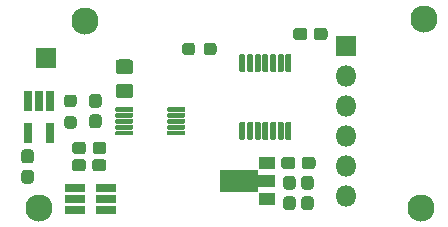
<source format=gbr>
%TF.GenerationSoftware,KiCad,Pcbnew,(5.1.6)-1*%
%TF.CreationDate,2020-11-12T12:57:51-08:00*%
%TF.ProjectId,frontendfullv2,66726f6e-7465-46e6-9466-756c6c76322e,rev?*%
%TF.SameCoordinates,Original*%
%TF.FileFunction,Soldermask,Top*%
%TF.FilePolarity,Negative*%
%FSLAX46Y46*%
G04 Gerber Fmt 4.6, Leading zero omitted, Abs format (unit mm)*
G04 Created by KiCad (PCBNEW (5.1.6)-1) date 2020-11-12 12:57:51*
%MOMM*%
%LPD*%
G01*
G04 APERTURE LIST*
%ADD10R,1.800000X1.800000*%
%ADD11C,2.300000*%
%ADD12C,0.100000*%
%ADD13R,1.400000X1.000000*%
%ADD14R,1.660000X0.750000*%
%ADD15R,0.750000X1.660000*%
%ADD16O,1.800000X1.800000*%
G04 APERTURE END LIST*
%TO.C,C7*%
G36*
G01*
X87092262Y-119479000D02*
X86135738Y-119479000D01*
G75*
G02*
X85864000Y-119207262I0J271738D01*
G01*
X85864000Y-118500738D01*
G75*
G02*
X86135738Y-118229000I271738J0D01*
G01*
X87092262Y-118229000D01*
G75*
G02*
X87364000Y-118500738I0J-271738D01*
G01*
X87364000Y-119207262D01*
G75*
G02*
X87092262Y-119479000I-271738J0D01*
G01*
G37*
G36*
G01*
X87092262Y-121529000D02*
X86135738Y-121529000D01*
G75*
G02*
X85864000Y-121257262I0J271738D01*
G01*
X85864000Y-120550738D01*
G75*
G02*
X86135738Y-120279000I271738J0D01*
G01*
X87092262Y-120279000D01*
G75*
G02*
X87364000Y-120550738I0J-271738D01*
G01*
X87364000Y-121257262D01*
G75*
G02*
X87092262Y-121529000I-271738J0D01*
G01*
G37*
%TD*%
D10*
%TO.C,J2*%
X80010000Y-118110000D03*
%TD*%
D11*
%TO.C,H4*%
X112014000Y-114808000D03*
%TD*%
%TO.C,H3*%
X79375000Y-130810000D03*
%TD*%
%TO.C,H2*%
X111760000Y-130810000D03*
%TD*%
%TO.C,H1*%
X83312000Y-114935000D03*
%TD*%
%TO.C,R5*%
G36*
G01*
X93339000Y-117610500D02*
X93339000Y-117085500D01*
G75*
G02*
X93601500Y-116823000I262500J0D01*
G01*
X94151500Y-116823000D01*
G75*
G02*
X94414000Y-117085500I0J-262500D01*
G01*
X94414000Y-117610500D01*
G75*
G02*
X94151500Y-117873000I-262500J0D01*
G01*
X93601500Y-117873000D01*
G75*
G02*
X93339000Y-117610500I0J262500D01*
G01*
G37*
G36*
G01*
X91514000Y-117610500D02*
X91514000Y-117085500D01*
G75*
G02*
X91776500Y-116823000I262500J0D01*
G01*
X92326500Y-116823000D01*
G75*
G02*
X92589000Y-117085500I0J-262500D01*
G01*
X92589000Y-117610500D01*
G75*
G02*
X92326500Y-117873000I-262500J0D01*
G01*
X91776500Y-117873000D01*
G75*
G02*
X91514000Y-117610500I0J262500D01*
G01*
G37*
%TD*%
D12*
%TO.C,U6*%
G36*
X94718245Y-129439539D02*
G01*
X94708866Y-129436694D01*
X94700221Y-129432073D01*
X94692645Y-129425855D01*
X94686427Y-129418279D01*
X94681806Y-129409634D01*
X94678961Y-129400255D01*
X94678000Y-129390500D01*
X94678000Y-127657500D01*
X94678961Y-127647745D01*
X94681806Y-127638366D01*
X94686427Y-127629721D01*
X94692645Y-127622145D01*
X94700221Y-127615927D01*
X94708866Y-127611306D01*
X94718245Y-127608461D01*
X94728000Y-127607500D01*
X97853000Y-127607500D01*
X97862755Y-127608461D01*
X97872134Y-127611306D01*
X97880779Y-127615927D01*
X97888355Y-127622145D01*
X97894573Y-127629721D01*
X97899194Y-127638366D01*
X97902039Y-127647745D01*
X97903000Y-127657500D01*
X97903000Y-128024000D01*
X99328000Y-128024000D01*
X99337755Y-128024961D01*
X99347134Y-128027806D01*
X99355779Y-128032427D01*
X99363355Y-128038645D01*
X99369573Y-128046221D01*
X99374194Y-128054866D01*
X99377039Y-128064245D01*
X99378000Y-128074000D01*
X99378000Y-128974000D01*
X99377039Y-128983755D01*
X99374194Y-128993134D01*
X99369573Y-129001779D01*
X99363355Y-129009355D01*
X99355779Y-129015573D01*
X99347134Y-129020194D01*
X99337755Y-129023039D01*
X99328000Y-129024000D01*
X97903000Y-129024000D01*
X97903000Y-129390500D01*
X97902039Y-129400255D01*
X97899194Y-129409634D01*
X97894573Y-129418279D01*
X97888355Y-129425855D01*
X97880779Y-129432073D01*
X97872134Y-129436694D01*
X97862755Y-129439539D01*
X97853000Y-129440500D01*
X94728000Y-129440500D01*
X94718245Y-129439539D01*
G37*
D13*
X98678000Y-127024000D03*
X98678000Y-130024000D03*
%TD*%
%TO.C,U5*%
G36*
G01*
X100377000Y-123487000D02*
X100627000Y-123487000D01*
G75*
G02*
X100752000Y-123612000I0J-125000D01*
G01*
X100752000Y-124937000D01*
G75*
G02*
X100627000Y-125062000I-125000J0D01*
G01*
X100377000Y-125062000D01*
G75*
G02*
X100252000Y-124937000I0J125000D01*
G01*
X100252000Y-123612000D01*
G75*
G02*
X100377000Y-123487000I125000J0D01*
G01*
G37*
G36*
G01*
X99727000Y-123487000D02*
X99977000Y-123487000D01*
G75*
G02*
X100102000Y-123612000I0J-125000D01*
G01*
X100102000Y-124937000D01*
G75*
G02*
X99977000Y-125062000I-125000J0D01*
G01*
X99727000Y-125062000D01*
G75*
G02*
X99602000Y-124937000I0J125000D01*
G01*
X99602000Y-123612000D01*
G75*
G02*
X99727000Y-123487000I125000J0D01*
G01*
G37*
G36*
G01*
X99077000Y-123487000D02*
X99327000Y-123487000D01*
G75*
G02*
X99452000Y-123612000I0J-125000D01*
G01*
X99452000Y-124937000D01*
G75*
G02*
X99327000Y-125062000I-125000J0D01*
G01*
X99077000Y-125062000D01*
G75*
G02*
X98952000Y-124937000I0J125000D01*
G01*
X98952000Y-123612000D01*
G75*
G02*
X99077000Y-123487000I125000J0D01*
G01*
G37*
G36*
G01*
X98427000Y-123487000D02*
X98677000Y-123487000D01*
G75*
G02*
X98802000Y-123612000I0J-125000D01*
G01*
X98802000Y-124937000D01*
G75*
G02*
X98677000Y-125062000I-125000J0D01*
G01*
X98427000Y-125062000D01*
G75*
G02*
X98302000Y-124937000I0J125000D01*
G01*
X98302000Y-123612000D01*
G75*
G02*
X98427000Y-123487000I125000J0D01*
G01*
G37*
G36*
G01*
X97777000Y-123487000D02*
X98027000Y-123487000D01*
G75*
G02*
X98152000Y-123612000I0J-125000D01*
G01*
X98152000Y-124937000D01*
G75*
G02*
X98027000Y-125062000I-125000J0D01*
G01*
X97777000Y-125062000D01*
G75*
G02*
X97652000Y-124937000I0J125000D01*
G01*
X97652000Y-123612000D01*
G75*
G02*
X97777000Y-123487000I125000J0D01*
G01*
G37*
G36*
G01*
X97127000Y-123487000D02*
X97377000Y-123487000D01*
G75*
G02*
X97502000Y-123612000I0J-125000D01*
G01*
X97502000Y-124937000D01*
G75*
G02*
X97377000Y-125062000I-125000J0D01*
G01*
X97127000Y-125062000D01*
G75*
G02*
X97002000Y-124937000I0J125000D01*
G01*
X97002000Y-123612000D01*
G75*
G02*
X97127000Y-123487000I125000J0D01*
G01*
G37*
G36*
G01*
X96477000Y-123487000D02*
X96727000Y-123487000D01*
G75*
G02*
X96852000Y-123612000I0J-125000D01*
G01*
X96852000Y-124937000D01*
G75*
G02*
X96727000Y-125062000I-125000J0D01*
G01*
X96477000Y-125062000D01*
G75*
G02*
X96352000Y-124937000I0J125000D01*
G01*
X96352000Y-123612000D01*
G75*
G02*
X96477000Y-123487000I125000J0D01*
G01*
G37*
G36*
G01*
X96477000Y-117762000D02*
X96727000Y-117762000D01*
G75*
G02*
X96852000Y-117887000I0J-125000D01*
G01*
X96852000Y-119212000D01*
G75*
G02*
X96727000Y-119337000I-125000J0D01*
G01*
X96477000Y-119337000D01*
G75*
G02*
X96352000Y-119212000I0J125000D01*
G01*
X96352000Y-117887000D01*
G75*
G02*
X96477000Y-117762000I125000J0D01*
G01*
G37*
G36*
G01*
X97127000Y-117762000D02*
X97377000Y-117762000D01*
G75*
G02*
X97502000Y-117887000I0J-125000D01*
G01*
X97502000Y-119212000D01*
G75*
G02*
X97377000Y-119337000I-125000J0D01*
G01*
X97127000Y-119337000D01*
G75*
G02*
X97002000Y-119212000I0J125000D01*
G01*
X97002000Y-117887000D01*
G75*
G02*
X97127000Y-117762000I125000J0D01*
G01*
G37*
G36*
G01*
X97777000Y-117762000D02*
X98027000Y-117762000D01*
G75*
G02*
X98152000Y-117887000I0J-125000D01*
G01*
X98152000Y-119212000D01*
G75*
G02*
X98027000Y-119337000I-125000J0D01*
G01*
X97777000Y-119337000D01*
G75*
G02*
X97652000Y-119212000I0J125000D01*
G01*
X97652000Y-117887000D01*
G75*
G02*
X97777000Y-117762000I125000J0D01*
G01*
G37*
G36*
G01*
X98427000Y-117762000D02*
X98677000Y-117762000D01*
G75*
G02*
X98802000Y-117887000I0J-125000D01*
G01*
X98802000Y-119212000D01*
G75*
G02*
X98677000Y-119337000I-125000J0D01*
G01*
X98427000Y-119337000D01*
G75*
G02*
X98302000Y-119212000I0J125000D01*
G01*
X98302000Y-117887000D01*
G75*
G02*
X98427000Y-117762000I125000J0D01*
G01*
G37*
G36*
G01*
X99077000Y-117762000D02*
X99327000Y-117762000D01*
G75*
G02*
X99452000Y-117887000I0J-125000D01*
G01*
X99452000Y-119212000D01*
G75*
G02*
X99327000Y-119337000I-125000J0D01*
G01*
X99077000Y-119337000D01*
G75*
G02*
X98952000Y-119212000I0J125000D01*
G01*
X98952000Y-117887000D01*
G75*
G02*
X99077000Y-117762000I125000J0D01*
G01*
G37*
G36*
G01*
X99727000Y-117762000D02*
X99977000Y-117762000D01*
G75*
G02*
X100102000Y-117887000I0J-125000D01*
G01*
X100102000Y-119212000D01*
G75*
G02*
X99977000Y-119337000I-125000J0D01*
G01*
X99727000Y-119337000D01*
G75*
G02*
X99602000Y-119212000I0J125000D01*
G01*
X99602000Y-117887000D01*
G75*
G02*
X99727000Y-117762000I125000J0D01*
G01*
G37*
G36*
G01*
X100377000Y-117762000D02*
X100627000Y-117762000D01*
G75*
G02*
X100752000Y-117887000I0J-125000D01*
G01*
X100752000Y-119212000D01*
G75*
G02*
X100627000Y-119337000I-125000J0D01*
G01*
X100377000Y-119337000D01*
G75*
G02*
X100252000Y-119212000I0J125000D01*
G01*
X100252000Y-117887000D01*
G75*
G02*
X100377000Y-117762000I125000J0D01*
G01*
G37*
%TD*%
%TO.C,U4*%
G36*
G01*
X90223400Y-122569400D02*
X90223400Y-122369400D01*
G75*
G02*
X90323400Y-122269400I100000J0D01*
G01*
X91673400Y-122269400D01*
G75*
G02*
X91773400Y-122369400I0J-100000D01*
G01*
X91773400Y-122569400D01*
G75*
G02*
X91673400Y-122669400I-100000J0D01*
G01*
X90323400Y-122669400D01*
G75*
G02*
X90223400Y-122569400I0J100000D01*
G01*
G37*
G36*
G01*
X90223400Y-123069400D02*
X90223400Y-122869400D01*
G75*
G02*
X90323400Y-122769400I100000J0D01*
G01*
X91673400Y-122769400D01*
G75*
G02*
X91773400Y-122869400I0J-100000D01*
G01*
X91773400Y-123069400D01*
G75*
G02*
X91673400Y-123169400I-100000J0D01*
G01*
X90323400Y-123169400D01*
G75*
G02*
X90223400Y-123069400I0J100000D01*
G01*
G37*
G36*
G01*
X90223400Y-123569400D02*
X90223400Y-123369400D01*
G75*
G02*
X90323400Y-123269400I100000J0D01*
G01*
X91673400Y-123269400D01*
G75*
G02*
X91773400Y-123369400I0J-100000D01*
G01*
X91773400Y-123569400D01*
G75*
G02*
X91673400Y-123669400I-100000J0D01*
G01*
X90323400Y-123669400D01*
G75*
G02*
X90223400Y-123569400I0J100000D01*
G01*
G37*
G36*
G01*
X90223400Y-124069400D02*
X90223400Y-123869400D01*
G75*
G02*
X90323400Y-123769400I100000J0D01*
G01*
X91673400Y-123769400D01*
G75*
G02*
X91773400Y-123869400I0J-100000D01*
G01*
X91773400Y-124069400D01*
G75*
G02*
X91673400Y-124169400I-100000J0D01*
G01*
X90323400Y-124169400D01*
G75*
G02*
X90223400Y-124069400I0J100000D01*
G01*
G37*
G36*
G01*
X90223400Y-124569400D02*
X90223400Y-124369400D01*
G75*
G02*
X90323400Y-124269400I100000J0D01*
G01*
X91673400Y-124269400D01*
G75*
G02*
X91773400Y-124369400I0J-100000D01*
G01*
X91773400Y-124569400D01*
G75*
G02*
X91673400Y-124669400I-100000J0D01*
G01*
X90323400Y-124669400D01*
G75*
G02*
X90223400Y-124569400I0J100000D01*
G01*
G37*
G36*
G01*
X85823400Y-124569400D02*
X85823400Y-124369400D01*
G75*
G02*
X85923400Y-124269400I100000J0D01*
G01*
X87273400Y-124269400D01*
G75*
G02*
X87373400Y-124369400I0J-100000D01*
G01*
X87373400Y-124569400D01*
G75*
G02*
X87273400Y-124669400I-100000J0D01*
G01*
X85923400Y-124669400D01*
G75*
G02*
X85823400Y-124569400I0J100000D01*
G01*
G37*
G36*
G01*
X85823400Y-124069400D02*
X85823400Y-123869400D01*
G75*
G02*
X85923400Y-123769400I100000J0D01*
G01*
X87273400Y-123769400D01*
G75*
G02*
X87373400Y-123869400I0J-100000D01*
G01*
X87373400Y-124069400D01*
G75*
G02*
X87273400Y-124169400I-100000J0D01*
G01*
X85923400Y-124169400D01*
G75*
G02*
X85823400Y-124069400I0J100000D01*
G01*
G37*
G36*
G01*
X85823400Y-123569400D02*
X85823400Y-123369400D01*
G75*
G02*
X85923400Y-123269400I100000J0D01*
G01*
X87273400Y-123269400D01*
G75*
G02*
X87373400Y-123369400I0J-100000D01*
G01*
X87373400Y-123569400D01*
G75*
G02*
X87273400Y-123669400I-100000J0D01*
G01*
X85923400Y-123669400D01*
G75*
G02*
X85823400Y-123569400I0J100000D01*
G01*
G37*
G36*
G01*
X85823400Y-123069400D02*
X85823400Y-122869400D01*
G75*
G02*
X85923400Y-122769400I100000J0D01*
G01*
X87273400Y-122769400D01*
G75*
G02*
X87373400Y-122869400I0J-100000D01*
G01*
X87373400Y-123069400D01*
G75*
G02*
X87273400Y-123169400I-100000J0D01*
G01*
X85923400Y-123169400D01*
G75*
G02*
X85823400Y-123069400I0J100000D01*
G01*
G37*
G36*
G01*
X85823400Y-122569400D02*
X85823400Y-122369400D01*
G75*
G02*
X85923400Y-122269400I100000J0D01*
G01*
X87273400Y-122269400D01*
G75*
G02*
X87373400Y-122369400I0J-100000D01*
G01*
X87373400Y-122569400D01*
G75*
G02*
X87273400Y-122669400I-100000J0D01*
G01*
X85923400Y-122669400D01*
G75*
G02*
X85823400Y-122569400I0J100000D01*
G01*
G37*
%TD*%
D14*
%TO.C,U3*%
X85090000Y-130048000D03*
X85090000Y-129098000D03*
X85090000Y-130998000D03*
X82390000Y-130998000D03*
X82390000Y-130048000D03*
X82390000Y-129098000D03*
%TD*%
D15*
%TO.C,U2*%
X80325000Y-124438400D03*
X78425000Y-124438400D03*
X78425000Y-121738400D03*
X79375000Y-121738400D03*
X80325000Y-121738400D03*
%TD*%
%TO.C,R4*%
G36*
G01*
X82304500Y-122281600D02*
X81779500Y-122281600D01*
G75*
G02*
X81517000Y-122019100I0J262500D01*
G01*
X81517000Y-121469100D01*
G75*
G02*
X81779500Y-121206600I262500J0D01*
G01*
X82304500Y-121206600D01*
G75*
G02*
X82567000Y-121469100I0J-262500D01*
G01*
X82567000Y-122019100D01*
G75*
G02*
X82304500Y-122281600I-262500J0D01*
G01*
G37*
G36*
G01*
X82304500Y-124106600D02*
X81779500Y-124106600D01*
G75*
G02*
X81517000Y-123844100I0J262500D01*
G01*
X81517000Y-123294100D01*
G75*
G02*
X81779500Y-123031600I262500J0D01*
G01*
X82304500Y-123031600D01*
G75*
G02*
X82567000Y-123294100I0J-262500D01*
G01*
X82567000Y-123844100D01*
G75*
G02*
X82304500Y-124106600I-262500J0D01*
G01*
G37*
%TD*%
D16*
%TO.C,J3*%
X105410000Y-129794000D03*
X105410000Y-127254000D03*
X105410000Y-124714000D03*
X105410000Y-122174000D03*
X105410000Y-119634000D03*
D10*
X105410000Y-117094000D03*
%TD*%
%TO.C,C11*%
G36*
G01*
X101621000Y-127262500D02*
X101621000Y-126737500D01*
G75*
G02*
X101883500Y-126475000I262500J0D01*
G01*
X102533500Y-126475000D01*
G75*
G02*
X102796000Y-126737500I0J-262500D01*
G01*
X102796000Y-127262500D01*
G75*
G02*
X102533500Y-127525000I-262500J0D01*
G01*
X101883500Y-127525000D01*
G75*
G02*
X101621000Y-127262500I0J262500D01*
G01*
G37*
G36*
G01*
X99896000Y-127262500D02*
X99896000Y-126737500D01*
G75*
G02*
X100158500Y-126475000I262500J0D01*
G01*
X100808500Y-126475000D01*
G75*
G02*
X101071000Y-126737500I0J-262500D01*
G01*
X101071000Y-127262500D01*
G75*
G02*
X100808500Y-127525000I-262500J0D01*
G01*
X100158500Y-127525000D01*
G75*
G02*
X99896000Y-127262500I0J262500D01*
G01*
G37*
%TD*%
%TO.C,C10*%
G36*
G01*
X100321500Y-129815000D02*
X100846500Y-129815000D01*
G75*
G02*
X101109000Y-130077500I0J-262500D01*
G01*
X101109000Y-130727500D01*
G75*
G02*
X100846500Y-130990000I-262500J0D01*
G01*
X100321500Y-130990000D01*
G75*
G02*
X100059000Y-130727500I0J262500D01*
G01*
X100059000Y-130077500D01*
G75*
G02*
X100321500Y-129815000I262500J0D01*
G01*
G37*
G36*
G01*
X100321500Y-128090000D02*
X100846500Y-128090000D01*
G75*
G02*
X101109000Y-128352500I0J-262500D01*
G01*
X101109000Y-129002500D01*
G75*
G02*
X100846500Y-129265000I-262500J0D01*
G01*
X100321500Y-129265000D01*
G75*
G02*
X100059000Y-129002500I0J262500D01*
G01*
X100059000Y-128352500D01*
G75*
G02*
X100321500Y-128090000I262500J0D01*
G01*
G37*
%TD*%
%TO.C,C9*%
G36*
G01*
X101845500Y-129815000D02*
X102370500Y-129815000D01*
G75*
G02*
X102633000Y-130077500I0J-262500D01*
G01*
X102633000Y-130727500D01*
G75*
G02*
X102370500Y-130990000I-262500J0D01*
G01*
X101845500Y-130990000D01*
G75*
G02*
X101583000Y-130727500I0J262500D01*
G01*
X101583000Y-130077500D01*
G75*
G02*
X101845500Y-129815000I262500J0D01*
G01*
G37*
G36*
G01*
X101845500Y-128090000D02*
X102370500Y-128090000D01*
G75*
G02*
X102633000Y-128352500I0J-262500D01*
G01*
X102633000Y-129002500D01*
G75*
G02*
X102370500Y-129265000I-262500J0D01*
G01*
X101845500Y-129265000D01*
G75*
G02*
X101583000Y-129002500I0J262500D01*
G01*
X101583000Y-128352500D01*
G75*
G02*
X101845500Y-128090000I262500J0D01*
G01*
G37*
%TD*%
%TO.C,C8*%
G36*
G01*
X102087000Y-115815500D02*
X102087000Y-116340500D01*
G75*
G02*
X101824500Y-116603000I-262500J0D01*
G01*
X101174500Y-116603000D01*
G75*
G02*
X100912000Y-116340500I0J262500D01*
G01*
X100912000Y-115815500D01*
G75*
G02*
X101174500Y-115553000I262500J0D01*
G01*
X101824500Y-115553000D01*
G75*
G02*
X102087000Y-115815500I0J-262500D01*
G01*
G37*
G36*
G01*
X103812000Y-115815500D02*
X103812000Y-116340500D01*
G75*
G02*
X103549500Y-116603000I-262500J0D01*
G01*
X102899500Y-116603000D01*
G75*
G02*
X102637000Y-116340500I0J262500D01*
G01*
X102637000Y-115815500D01*
G75*
G02*
X102899500Y-115553000I262500J0D01*
G01*
X103549500Y-115553000D01*
G75*
G02*
X103812000Y-115815500I0J-262500D01*
G01*
G37*
%TD*%
%TO.C,C6*%
G36*
G01*
X83891800Y-127440300D02*
X83891800Y-126915300D01*
G75*
G02*
X84154300Y-126652800I262500J0D01*
G01*
X84804300Y-126652800D01*
G75*
G02*
X85066800Y-126915300I0J-262500D01*
G01*
X85066800Y-127440300D01*
G75*
G02*
X84804300Y-127702800I-262500J0D01*
G01*
X84154300Y-127702800D01*
G75*
G02*
X83891800Y-127440300I0J262500D01*
G01*
G37*
G36*
G01*
X82166800Y-127440300D02*
X82166800Y-126915300D01*
G75*
G02*
X82429300Y-126652800I262500J0D01*
G01*
X83079300Y-126652800D01*
G75*
G02*
X83341800Y-126915300I0J-262500D01*
G01*
X83341800Y-127440300D01*
G75*
G02*
X83079300Y-127702800I-262500J0D01*
G01*
X82429300Y-127702800D01*
G75*
G02*
X82166800Y-127440300I0J262500D01*
G01*
G37*
%TD*%
%TO.C,C5*%
G36*
G01*
X83917200Y-125992500D02*
X83917200Y-125467500D01*
G75*
G02*
X84179700Y-125205000I262500J0D01*
G01*
X84829700Y-125205000D01*
G75*
G02*
X85092200Y-125467500I0J-262500D01*
G01*
X85092200Y-125992500D01*
G75*
G02*
X84829700Y-126255000I-262500J0D01*
G01*
X84179700Y-126255000D01*
G75*
G02*
X83917200Y-125992500I0J262500D01*
G01*
G37*
G36*
G01*
X82192200Y-125992500D02*
X82192200Y-125467500D01*
G75*
G02*
X82454700Y-125205000I262500J0D01*
G01*
X83104700Y-125205000D01*
G75*
G02*
X83367200Y-125467500I0J-262500D01*
G01*
X83367200Y-125992500D01*
G75*
G02*
X83104700Y-126255000I-262500J0D01*
G01*
X82454700Y-126255000D01*
G75*
G02*
X82192200Y-125992500I0J262500D01*
G01*
G37*
%TD*%
%TO.C,C4*%
G36*
G01*
X84412700Y-122330800D02*
X83887700Y-122330800D01*
G75*
G02*
X83625200Y-122068300I0J262500D01*
G01*
X83625200Y-121418300D01*
G75*
G02*
X83887700Y-121155800I262500J0D01*
G01*
X84412700Y-121155800D01*
G75*
G02*
X84675200Y-121418300I0J-262500D01*
G01*
X84675200Y-122068300D01*
G75*
G02*
X84412700Y-122330800I-262500J0D01*
G01*
G37*
G36*
G01*
X84412700Y-124055800D02*
X83887700Y-124055800D01*
G75*
G02*
X83625200Y-123793300I0J262500D01*
G01*
X83625200Y-123143300D01*
G75*
G02*
X83887700Y-122880800I262500J0D01*
G01*
X84412700Y-122880800D01*
G75*
G02*
X84675200Y-123143300I0J-262500D01*
G01*
X84675200Y-123793300D01*
G75*
G02*
X84412700Y-124055800I-262500J0D01*
G01*
G37*
%TD*%
%TO.C,C1*%
G36*
G01*
X78672300Y-127029800D02*
X78147300Y-127029800D01*
G75*
G02*
X77884800Y-126767300I0J262500D01*
G01*
X77884800Y-126117300D01*
G75*
G02*
X78147300Y-125854800I262500J0D01*
G01*
X78672300Y-125854800D01*
G75*
G02*
X78934800Y-126117300I0J-262500D01*
G01*
X78934800Y-126767300D01*
G75*
G02*
X78672300Y-127029800I-262500J0D01*
G01*
G37*
G36*
G01*
X78672300Y-128754800D02*
X78147300Y-128754800D01*
G75*
G02*
X77884800Y-128492300I0J262500D01*
G01*
X77884800Y-127842300D01*
G75*
G02*
X78147300Y-127579800I262500J0D01*
G01*
X78672300Y-127579800D01*
G75*
G02*
X78934800Y-127842300I0J-262500D01*
G01*
X78934800Y-128492300D01*
G75*
G02*
X78672300Y-128754800I-262500J0D01*
G01*
G37*
%TD*%
M02*

</source>
